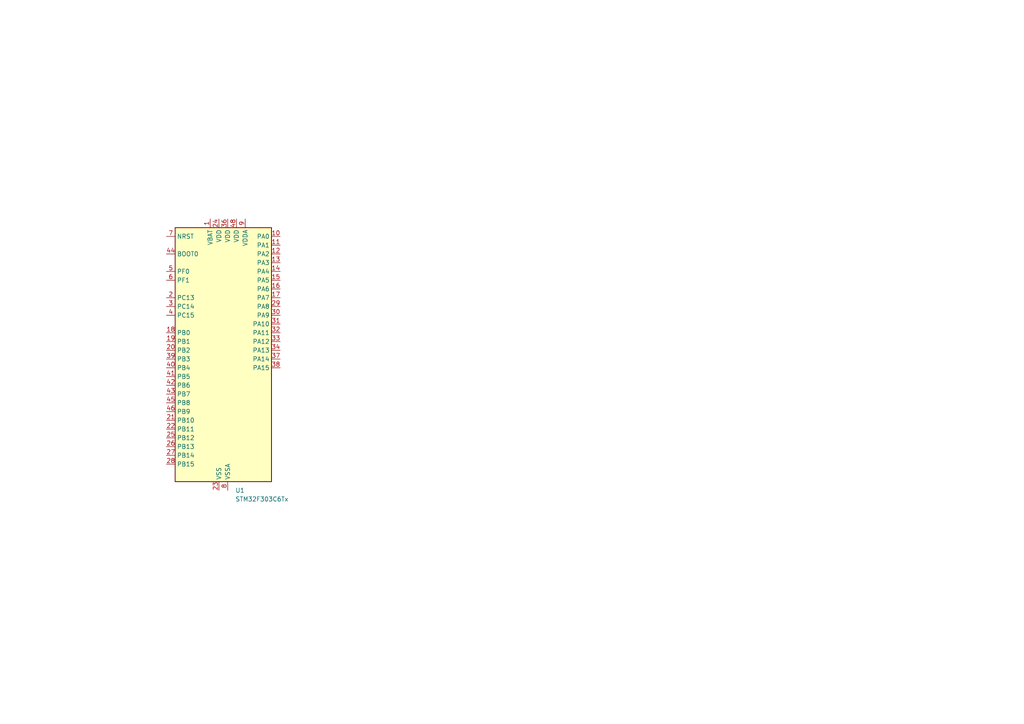
<source format=kicad_sch>
(kicad_sch (version 20231120) (generator "eeschema") (generator_version "8.0")
  (paper "A4")
  (title_block (title "DSMU A1 - Main Analogue Board") (rev "DRAFT") (company "Fuckup Industries"))
  (lib_symbols
    (symbol "MCU_ST_STM32F3:STM32F303C6Tx"
      (property "Reference" "U" (at -12.7 39.37 0))
      (property "Value" "STM32F303C6Tx" (at 10.16 39.37 0))
      (symbol "STM32F303C6Tx_0_1"
        (rectangle (start -12.7 -35.56) (end 15.24 38.1) (stroke (width 0.254)) (fill (type background)))
      )
      (symbol "STM32F303C6Tx_1_1"
        (pin power_in line (at -2.54 40.64 270) (length 2.54) (name "VBAT") (number "1"))
        (pin bidirectional line (at 17.78 35.56 180) (length 2.54) (name "PA0") (number "10"))
        (pin bidirectional line (at 17.78 33.02 180) (length 2.54) (name "PA1") (number "11"))
        (pin bidirectional line (at 17.78 30.48 180) (length 2.54) (name "PA2") (number "12"))
        (pin bidirectional line (at 17.78 27.94 180) (length 2.54) (name "PA3") (number "13"))
        (pin bidirectional line (at 17.78 25.4 180) (length 2.54) (name "PA4") (number "14"))
        (pin bidirectional line (at 17.78 22.86 180) (length 2.54) (name "PA5") (number "15"))
        (pin bidirectional line (at 17.78 20.32 180) (length 2.54) (name "PA6") (number "16"))
        (pin bidirectional line (at 17.78 17.78 180) (length 2.54) (name "PA7") (number "17"))
        (pin bidirectional line (at -15.24 7.62 0) (length 2.54) (name "PB0") (number "18"))
        (pin bidirectional line (at -15.24 5.08 0) (length 2.54) (name "PB1") (number "19"))
        (pin bidirectional line (at -15.24 17.78 0) (length 2.54) (name "PC13") (number "2"))
        (pin bidirectional line (at -15.24 2.54 0) (length 2.54) (name "PB2") (number "20"))
        (pin bidirectional line (at -15.24 -17.78 0) (length 2.54) (name "PB10") (number "21"))
        (pin bidirectional line (at -15.24 -20.32 0) (length 2.54) (name "PB11") (number "22"))
        (pin power_in line (at 0 -38.1 90) (length 2.54) (name "VSS") (number "23"))
        (pin power_in line (at 0 40.64 270) (length 2.54) (name "VDD") (number "24"))
        (pin bidirectional line (at -15.24 -22.86 0) (length 2.54) (name "PB12") (number "25"))
        (pin bidirectional line (at -15.24 -25.4 0) (length 2.54) (name "PB13") (number "26"))
        (pin bidirectional line (at -15.24 -27.94 0) (length 2.54) (name "PB14") (number "27"))
        (pin bidirectional line (at -15.24 -30.48 0) (length 2.54) (name "PB15") (number "28"))
        (pin bidirectional line (at 17.78 15.24 180) (length 2.54) (name "PA8") (number "29"))
        (pin bidirectional line (at -15.24 15.24 0) (length 2.54) (name "PC14") (number "3"))
        (pin bidirectional line (at 17.78 12.7 180) (length 2.54) (name "PA9") (number "30"))
        (pin bidirectional line (at 17.78 10.16 180) (length 2.54) (name "PA10") (number "31"))
        (pin bidirectional line (at 17.78 7.62 180) (length 2.54) (name "PA11") (number "32"))
        (pin bidirectional line (at 17.78 5.08 180) (length 2.54) (name "PA12") (number "33"))
        (pin bidirectional line (at 17.78 2.54 180) (length 2.54) (name "PA13") (number "34"))
        (pin passive line (at 0 -38.1 90) (length 2.54) hide (name "VSS") (number "35"))
        (pin power_in line (at 2.54 40.64 270) (length 2.54) (name "VDD") (number "36"))
        (pin bidirectional line (at 17.78 0 180) (length 2.54) (name "PA14") (number "37"))
        (pin bidirectional line (at 17.78 -2.54 180) (length 2.54) (name "PA15") (number "38"))
        (pin bidirectional line (at -15.24 0 0) (length 2.54) (name "PB3") (number "39"))
        (pin bidirectional line (at -15.24 12.7 0) (length 2.54) (name "PC15") (number "4"))
        (pin bidirectional line (at -15.24 -2.54 0) (length 2.54) (name "PB4") (number "40"))
        (pin bidirectional line (at -15.24 -5.08 0) (length 2.54) (name "PB5") (number "41"))
        (pin bidirectional line (at -15.24 -7.62 0) (length 2.54) (name "PB6") (number "42"))
        (pin bidirectional line (at -15.24 -10.16 0) (length 2.54) (name "PB7") (number "43"))
        (pin input line (at -15.24 30.48 0) (length 2.54) (name "BOOT0") (number "44"))
        (pin bidirectional line (at -15.24 -12.7 0) (length 2.54) (name "PB8") (number "45"))
        (pin bidirectional line (at -15.24 -15.24 0) (length 2.54) (name "PB9") (number "46"))
        (pin passive line (at 0 -38.1 90) (length 2.54) hide (name "VSS") (number "47"))
        (pin power_in line (at 5.08 40.64 270) (length 2.54) (name "VDD") (number "48"))
        (pin bidirectional line (at -15.24 25.4 0) (length 2.54) (name "PF0") (number "5"))
        (pin bidirectional line (at -15.24 22.86 0) (length 2.54) (name "PF1") (number "6"))
        (pin input line (at -15.24 35.56 0) (length 2.54) (name "NRST") (number "7"))
        (pin power_in line (at 2.54 -38.1 90) (length 2.54) (name "VSSA") (number "8"))
        (pin power_in line (at 7.62 40.64 270) (length 2.54) (name "VDDA") (number "9"))
      )
    )
  )
  (symbol (lib_id "MCU_ST_STM32F3:STM32F303C6Tx") (at 63.5 104.14 0) (unit 1)
    (property "Reference" "U1" (at 68.2341 142.24 0) (effects (justify left)))
    (property "Value" "STM32F303C6Tx" (at 68.2341 144.78 0) (effects (justify left)))
    (property "Footprint" "Package_QFP:LQFP-48_7x7mm_P0.5mm" (effects (hide yes)))
    (property "Datasheet" "https://www.st.com/resource/en/datasheet/stm32f303c6.pdf" (effects (hide yes)))
    (property "Description" "STMicroelectronics Arm Cortex-M4 MCU, 32KB flash, 16KB RAM, 72 MHz, 2.0-3.6V, 37 GPIO, LQFP48" (effects (hide yes)))
  )
)
</source>
